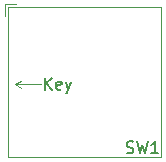
<source format=gbr>
%TF.GenerationSoftware,KiCad,Pcbnew,(6.0.7)*%
%TF.CreationDate,2023-06-23T09:46:04+02:00*%
%TF.ProjectId,switch_breakout,73776974-6368-45f6-9272-65616b6f7574,1.0*%
%TF.SameCoordinates,Original*%
%TF.FileFunction,Legend,Top*%
%TF.FilePolarity,Positive*%
%FSLAX46Y46*%
G04 Gerber Fmt 4.6, Leading zero omitted, Abs format (unit mm)*
G04 Created by KiCad (PCBNEW (6.0.7)) date 2023-06-23 09:46:04*
%MOMM*%
%LPD*%
G01*
G04 APERTURE LIST*
%ADD10C,0.150000*%
%ADD11C,0.120000*%
G04 APERTURE END LIST*
D10*
%TO.C,SW1*%
X132866666Y-93404761D02*
X133009523Y-93452380D01*
X133247619Y-93452380D01*
X133342857Y-93404761D01*
X133390476Y-93357142D01*
X133438095Y-93261904D01*
X133438095Y-93166666D01*
X133390476Y-93071428D01*
X133342857Y-93023809D01*
X133247619Y-92976190D01*
X133057142Y-92928571D01*
X132961904Y-92880952D01*
X132914285Y-92833333D01*
X132866666Y-92738095D01*
X132866666Y-92642857D01*
X132914285Y-92547619D01*
X132961904Y-92500000D01*
X133057142Y-92452380D01*
X133295238Y-92452380D01*
X133438095Y-92500000D01*
X133771428Y-92452380D02*
X134009523Y-93452380D01*
X134200000Y-92738095D01*
X134390476Y-93452380D01*
X134628571Y-92452380D01*
X135533333Y-93452380D02*
X134961904Y-93452380D01*
X135247619Y-93452380D02*
X135247619Y-92452380D01*
X135152380Y-92595238D01*
X135057142Y-92690476D01*
X134961904Y-92738095D01*
X125933571Y-88057380D02*
X125933571Y-87057380D01*
X126505000Y-88057380D02*
X126076428Y-87485952D01*
X126505000Y-87057380D02*
X125933571Y-87628809D01*
X127314523Y-88009761D02*
X127219285Y-88057380D01*
X127028809Y-88057380D01*
X126933571Y-88009761D01*
X126885952Y-87914523D01*
X126885952Y-87533571D01*
X126933571Y-87438333D01*
X127028809Y-87390714D01*
X127219285Y-87390714D01*
X127314523Y-87438333D01*
X127362142Y-87533571D01*
X127362142Y-87628809D01*
X126885952Y-87724047D01*
X127695476Y-87390714D02*
X127933571Y-88057380D01*
X128171666Y-87390714D02*
X127933571Y-88057380D01*
X127838333Y-88295476D01*
X127790714Y-88343095D01*
X127695476Y-88390714D01*
D11*
X122805000Y-93805000D02*
X122785000Y-81085000D01*
X123405000Y-87605000D02*
X123905000Y-87905000D01*
X135805000Y-93805000D02*
X135805000Y-81105000D01*
X135805000Y-93805000D02*
X122805000Y-93805000D01*
X125605000Y-87605000D02*
X123405000Y-87605000D01*
X122535000Y-81835000D02*
X122535000Y-80835000D01*
X123535000Y-80835000D02*
X122535000Y-80835000D01*
X135805000Y-81105000D02*
X122785000Y-81085000D01*
X123405000Y-87605000D02*
X123905000Y-87305000D01*
%TD*%
M02*

</source>
